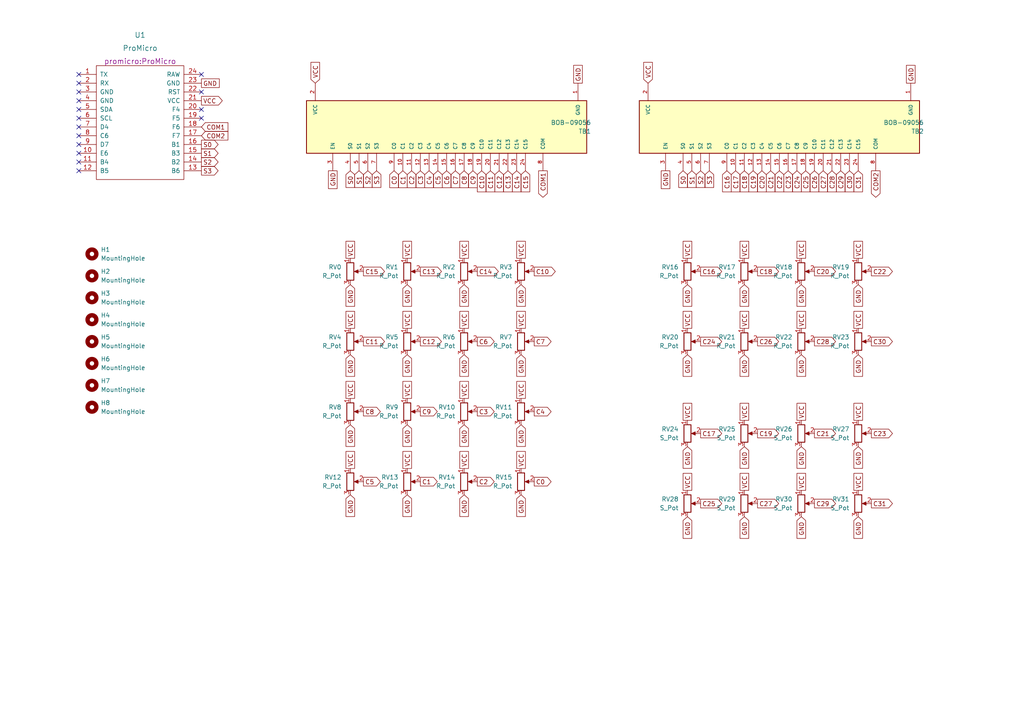
<source format=kicad_sch>
(kicad_sch (version 20211123) (generator eeschema)
  (paper "A4")
  (lib_symbols
    (symbol "BOB-09056:BOB-09056" (pin_names (offset 1.016))
      (property "Reference" "TB2" (at -1.2701 -41.91 90))
      (property "Value" "BOB-09056" (at 1.2699 -41.91 90))
      (symbol "BOB-09056_0_0"
        (rectangle (start -7.62 -40.64) (end 7.62 40.64) (stroke (width 0.254)) (fill (type background)))
        (pin passive line (at 12.7 -38.1 180) (length 5.08) (name "GND") (number "1"))
        (pin input line (at -12.7 12.7 0) (length 5.08) (name "C1") (number "10"))
        (pin input line (at -12.7 10.16 0) (length 5.08) (name "C2") (number "11"))
        (pin input line (at -12.7 7.62 0) (length 5.08) (name "C3") (number "12"))
        (pin input line (at -12.7 5.08 0) (length 5.08) (name "C4") (number "13"))
        (pin input line (at -12.7 2.54 0) (length 5.08) (name "C5") (number "14"))
        (pin input line (at -12.7 0 0) (length 5.08) (name "C6") (number "15"))
        (pin input line (at -12.7 -2.54 0) (length 5.08) (name "C7") (number "16"))
        (pin input line (at -12.7 -5.08 0) (length 5.08) (name "C8") (number "17"))
        (pin input line (at -12.7 -7.62 0) (length 5.08) (name "C9") (number "18"))
        (pin input line (at -12.7 -10.16 0) (length 5.08) (name "C10") (number "19"))
        (pin power_in line (at 12.7 38.1 180) (length 5.08) (name "VCC") (number "2"))
        (pin input line (at -12.7 -12.7 0) (length 5.08) (name "C11") (number "20"))
        (pin input line (at -12.7 -15.24 0) (length 5.08) (name "C12") (number "21"))
        (pin input line (at -12.7 -17.78 0) (length 5.08) (name "C13") (number "22"))
        (pin input line (at -12.7 -20.32 0) (length 5.08) (name "C14") (number "23"))
        (pin input line (at -12.7 -22.86 0) (length 5.08) (name "C15") (number "24"))
        (pin input line (at -12.7 33.02 0) (length 5.08) (name "EN") (number "3"))
        (pin input line (at -12.7 27.94 0) (length 5.08) (name "S0") (number "4"))
        (pin input line (at -12.7 25.4 0) (length 5.08) (name "S1") (number "5"))
        (pin input line (at -12.7 22.86 0) (length 5.08) (name "S2") (number "6"))
        (pin input line (at -12.7 20.32 0) (length 5.08) (name "S3") (number "7"))
        (pin bidirectional line (at -12.7 -27.94 0) (length 5.08) (name "COM") (number "8"))
        (pin input line (at -12.7 15.24 0) (length 5.08) (name "C0") (number "9"))
      )
    )
    (symbol "BOB-09056_1" (pin_names (offset 1.016))
      (property "Reference" "TB1" (at -1.2701 -41.91 90))
      (property "Value" "BOB-09056" (at 1.2699 -41.91 90))
      (symbol "BOB-09056_1_0_0"
        (rectangle (start -7.62 -40.64) (end 7.62 40.64) (stroke (width 0.254)) (fill (type background)))
        (pin passive line (at 12.7 -38.1 180) (length 5.08) (name "GND") (number "1"))
        (pin input line (at -12.7 12.7 0) (length 5.08) (name "C1") (number "10"))
        (pin input line (at -12.7 10.16 0) (length 5.08) (name "C2") (number "11"))
        (pin input line (at -12.7 7.62 0) (length 5.08) (name "C3") (number "12"))
        (pin input line (at -12.7 5.08 0) (length 5.08) (name "C4") (number "13"))
        (pin input line (at -12.7 2.54 0) (length 5.08) (name "C5") (number "14"))
        (pin input line (at -12.7 0 0) (length 5.08) (name "C6") (number "15"))
        (pin input line (at -12.7 -2.54 0) (length 5.08) (name "C7") (number "16"))
        (pin input line (at -12.7 -5.08 0) (length 5.08) (name "C8") (number "17"))
        (pin input line (at -12.7 -7.62 0) (length 5.08) (name "C9") (number "18"))
        (pin input line (at -12.7 -10.16 0) (length 5.08) (name "C10") (number "19"))
        (pin power_in line (at 12.7 38.1 180) (length 5.08) (name "VCC") (number "2"))
        (pin input line (at -12.7 -12.7 0) (length 5.08) (name "C11") (number "20"))
        (pin input line (at -12.7 -15.24 0) (length 5.08) (name "C12") (number "21"))
        (pin input line (at -12.7 -17.78 0) (length 5.08) (name "C13") (number "22"))
        (pin input line (at -12.7 -20.32 0) (length 5.08) (name "C14") (number "23"))
        (pin input line (at -12.7 -22.86 0) (length 5.08) (name "C15") (number "24"))
        (pin input line (at -12.7 33.02 0) (length 5.08) (name "EN") (number "3"))
        (pin input line (at -12.7 27.94 0) (length 5.08) (name "S0") (number "4"))
        (pin input line (at -12.7 25.4 0) (length 5.08) (name "S1") (number "5"))
        (pin input line (at -12.7 22.86 0) (length 5.08) (name "S2") (number "6"))
        (pin input line (at -12.7 20.32 0) (length 5.08) (name "S3") (number "7"))
        (pin bidirectional line (at -12.7 -27.94 0) (length 5.08) (name "COM") (number "8"))
        (pin input line (at -12.7 15.24 0) (length 5.08) (name "C0") (number "9"))
      )
    )
    (symbol "Device:R_Potentiometer" (pin_names (offset 1.016) hide)
      (property "Reference" "RV" (at -4.445 0 90))
      (property "Value" "R_Potentiometer" (at -2.54 0 90))
      (symbol "R_Potentiometer_0_1"
        (polyline (pts (xy 2.54 0) (xy 1.524 0)))
        (polyline (pts (xy 1.143 0) (xy 2.286 0.508) (xy 2.286 -0.508) (xy 1.143 0)) (fill (type outline)))
        (rectangle (start 1.016 2.54) (end -1.016 -2.54) (stroke (width 0.254)))
      )
      (symbol "R_Potentiometer_1_1"
        (pin passive line (at 0 3.81 270) (length 1.27) (name "1") (number "1"))
        (pin passive line (at 3.81 0 180) (length 1.27) (name "2") (number "2"))
        (pin passive line (at 0 -3.81 90) (length 1.27) (name "3") (number "3"))
      )
    )
    (symbol "Mechanical:MountingHole" (pin_names (offset 1.016))
      (property "Reference" "H" (at 0 5.08 0))
      (property "Value" "MountingHole" (at 0 3.175 0))
      (symbol "MountingHole_0_1"
        (circle (center 0 0) (radius 1.27) (stroke (width 1.27)))
      )
    )
    (symbol "promicro:ProMicro" (pin_names (offset 1.016))
      (property "Reference" "U1" (at 0 30.48 0))
      (property "Value" "ProMicro" (at 0 26.67 0))
      (property "Footprint" "promicro:ProMicro" (at 0 22.86 0))
      (symbol "ProMicro_0_1"
        (rectangle (start -12.7 21.59) (end 12.7 -11.43))
      )
      (symbol "ProMicro_1_1"
        (pin bidirectional line (at -17.78 19.05 0) (length 5.08) (name "TX") (number "1"))
        (pin bidirectional line (at -17.78 -3.81 0) (length 5.08) (name "E6") (number "10"))
        (pin bidirectional line (at -17.78 -6.35 0) (length 5.08) (name "B4") (number "11"))
        (pin bidirectional line (at -17.78 -8.89 0) (length 5.08) (name "B5") (number "12"))
        (pin bidirectional line (at 17.78 -8.89 180) (length 5.08) (name "B6") (number "13"))
        (pin bidirectional line (at 17.78 -6.35 180) (length 5.08) (name "B2") (number "14"))
        (pin bidirectional line (at 17.78 -3.81 180) (length 5.08) (name "B3") (number "15"))
        (pin bidirectional line (at 17.78 -1.27 180) (length 5.08) (name "B1") (number "16"))
        (pin bidirectional line (at 17.78 1.27 180) (length 5.08) (name "F7") (number "17"))
        (pin bidirectional line (at 17.78 3.81 180) (length 5.08) (name "F6") (number "18"))
        (pin bidirectional line (at 17.78 6.35 180) (length 5.08) (name "F5") (number "19"))
        (pin bidirectional line (at -17.78 16.51 0) (length 5.08) (name "RX") (number "2"))
        (pin bidirectional line (at 17.78 8.89 180) (length 5.08) (name "F4") (number "20"))
        (pin power_out line (at 17.78 11.43 180) (length 5.08) (name "VCC") (number "21"))
        (pin input line (at 17.78 13.97 180) (length 5.08) (name "RST") (number "22"))
        (pin passive line (at 17.78 16.51 180) (length 5.08) (name "GND") (number "23"))
        (pin power_out line (at 17.78 19.05 180) (length 5.08) (name "RAW") (number "24"))
        (pin power_in line (at -17.78 13.97 0) (length 5.08) (name "GND") (number "3"))
        (pin power_in line (at -17.78 11.43 0) (length 5.08) (name "GND") (number "4"))
        (pin bidirectional line (at -17.78 8.89 0) (length 5.08) (name "SDA") (number "5"))
        (pin bidirectional line (at -17.78 6.35 0) (length 5.08) (name "SCL") (number "6"))
        (pin bidirectional line (at -17.78 3.81 0) (length 5.08) (name "D4") (number "7"))
        (pin bidirectional line (at -17.78 1.27 0) (length 5.08) (name "C6") (number "8"))
        (pin bidirectional line (at -17.78 -1.27 0) (length 5.08) (name "D7") (number "9"))
      )
    )
  )
  (no_connect (at 58.42 21.59))
  (no_connect (at 58.42 31.75))
  (no_connect (at 58.42 34.29))
  (no_connect (at 58.42 26.67))
  (no_connect (at 22.86 21.59))
  (no_connect (at 22.86 24.13))
  (no_connect (at 22.86 26.67))
  (no_connect (at 22.86 29.21))
  (no_connect (at 22.86 31.75))
  (no_connect (at 22.86 34.29))
  (no_connect (at 22.86 36.83))
  (no_connect (at 22.86 39.37))
  (no_connect (at 22.86 41.91))
  (no_connect (at 22.86 44.45))
  (no_connect (at 22.86 46.99))
  (no_connect (at 22.86 49.53))
  (global_label "VCC" (shape passive) (at 151.13 95.25 90) (property "Intersheet References" "${INTERSHEET_REFS}" (effects hide)))
  (global_label "C29" (shape input) (at 243.84 49.53 270) (property "Intersheet References" "${INTERSHEET_REFS}" (effects hide)))
  (global_label "VCC" (shape passive) (at 101.6 95.25 90) (property "Intersheet References" "${INTERSHEET_REFS}" (effects hide)))
  (global_label "C10" (shape output) (at 154.94 78.74 0) (property "Intersheet References" "${INTERSHEET_REFS}" (effects hide)))
  (global_label "COM2" (shape input) (at 58.42 39.37 0) (property "Intersheet References" "${INTERSHEET_REFS}" (effects hide)))
  (global_label "C28" (shape output) (at 236.22 99.06 0) (property "Intersheet References" "${INTERSHEET_REFS}" (effects hide)))
  (global_label "C27" (shape input) (at 238.76 49.53 270) (property "Intersheet References" "${INTERSHEET_REFS}" (effects hide)))
  (global_label "C5" (shape input) (at 127 49.53 270) (property "Intersheet References" "${INTERSHEET_REFS}" (effects hide)))
  (global_label "VCC" (shape passive) (at 248.92 74.93 90) (property "Intersheet References" "${INTERSHEET_REFS}" (effects hide)))
  (global_label "C14" (shape input) (at 149.86 49.53 270) (property "Intersheet References" "${INTERSHEET_REFS}" (effects hide)))
  (global_label "GND" (shape input) (at 248.92 82.55 270) (property "Intersheet References" "${INTERSHEET_REFS}" (effects hide)))
  (global_label "GND" (shape input) (at 101.6 143.51 270) (property "Intersheet References" "${INTERSHEET_REFS}" (effects hide)))
  (global_label "GND" (shape passive) (at 193.04 49.53 270) (property "Intersheet References" "${INTERSHEET_REFS}" (effects hide)))
  (global_label "COM2" (shape output) (at 254 49.53 270) (property "Intersheet References" "${INTERSHEET_REFS}" (effects hide)))
  (global_label "VCC" (shape passive) (at 232.41 121.92 90) (property "Intersheet References" "${INTERSHEET_REFS}" (effects hide)))
  (global_label "VCC" (shape passive) (at 199.39 74.93 90) (property "Intersheet References" "${INTERSHEET_REFS}" (effects hide)))
  (global_label "S0" (shape output) (at 58.42 41.91 0) (property "Intersheet References" "${INTERSHEET_REFS}" (effects hide)))
  (global_label "S3" (shape output) (at 58.42 49.53 0) (property "Intersheet References" "${INTERSHEET_REFS}" (effects hide)))
  (global_label "C31" (shape output) (at 252.73 146.05 0) (property "Intersheet References" "${INTERSHEET_REFS}" (effects hide)))
  (global_label "S2" (shape output) (at 58.42 46.99 0) (property "Intersheet References" "${INTERSHEET_REFS}" (effects hide)))
  (global_label "VCC" (shape passive) (at 101.6 135.89 90) (property "Intersheet References" "${INTERSHEET_REFS}" (effects hide)))
  (global_label "VCC" (shape passive) (at 248.92 121.92 90) (property "Intersheet References" "${INTERSHEET_REFS}" (effects hide)))
  (global_label "C19" (shape input) (at 218.44 49.53 270) (property "Intersheet References" "${INTERSHEET_REFS}" (effects hide)))
  (global_label "S0" (shape input) (at 101.6 49.53 270) (property "Intersheet References" "${INTERSHEET_REFS}" (effects hide)))
  (global_label "C20" (shape input) (at 220.98 49.53 270) (property "Intersheet References" "${INTERSHEET_REFS}" (effects hide)))
  (global_label "VCC" (shape passive) (at 232.41 74.93 90) (property "Intersheet References" "${INTERSHEET_REFS}" (effects hide)))
  (global_label "C22" (shape input) (at 226.06 49.53 270) (property "Intersheet References" "${INTERSHEET_REFS}" (effects hide)))
  (global_label "GND" (shape input) (at 248.92 102.87 270) (property "Intersheet References" "${INTERSHEET_REFS}" (effects hide)))
  (global_label "GND" (shape input) (at 215.9 82.55 270) (property "Intersheet References" "${INTERSHEET_REFS}" (effects hide)))
  (global_label "VCC" (shape input) (at 187.96 24.13 90) (property "Intersheet References" "${INTERSHEET_REFS}" (effects hide)))
  (global_label "GND" (shape input) (at 199.39 149.86 270) (property "Intersheet References" "${INTERSHEET_REFS}" (effects hide)))
  (global_label "GND" (shape input) (at 118.11 102.87 270) (property "Intersheet References" "${INTERSHEET_REFS}" (effects hide)))
  (global_label "VCC" (shape passive) (at 215.9 121.92 90) (property "Intersheet References" "${INTERSHEET_REFS}" (effects hide)))
  (global_label "GND" (shape passive) (at 167.64 24.13 90) (property "Intersheet References" "${INTERSHEET_REFS}" (effects hide)))
  (global_label "VCC" (shape passive) (at 118.11 95.25 90) (property "Intersheet References" "${INTERSHEET_REFS}" (effects hide)))
  (global_label "C15" (shape output) (at 105.41 78.74 0) (property "Intersheet References" "${INTERSHEET_REFS}" (effects hide)))
  (global_label "C21" (shape input) (at 223.52 49.53 270) (property "Intersheet References" "${INTERSHEET_REFS}" (effects hide)))
  (global_label "VCC" (shape passive) (at 134.62 74.93 90) (property "Intersheet References" "${INTERSHEET_REFS}" (effects hide)))
  (global_label "C3" (shape input) (at 121.92 49.53 270) (property "Intersheet References" "${INTERSHEET_REFS}" (effects hide)))
  (global_label "C3" (shape output) (at 138.43 119.38 0) (property "Intersheet References" "${INTERSHEET_REFS}" (effects hide)))
  (global_label "VCC" (shape passive) (at 232.41 95.25 90) (property "Intersheet References" "${INTERSHEET_REFS}" (effects hide)))
  (global_label "S2" (shape input) (at 106.68 49.53 270) (property "Intersheet References" "${INTERSHEET_REFS}" (effects hide)))
  (global_label "C29" (shape output) (at 236.22 146.05 0) (property "Intersheet References" "${INTERSHEET_REFS}" (effects hide)))
  (global_label "VCC" (shape passive) (at 151.13 115.57 90) (property "Intersheet References" "${INTERSHEET_REFS}" (effects hide)))
  (global_label "GND" (shape input) (at 248.92 149.86 270) (property "Intersheet References" "${INTERSHEET_REFS}" (effects hide)))
  (global_label "GND" (shape input) (at 101.6 123.19 270) (property "Intersheet References" "${INTERSHEET_REFS}" (effects hide)))
  (global_label "GND" (shape input) (at 199.39 102.87 270) (property "Intersheet References" "${INTERSHEET_REFS}" (effects hide)))
  (global_label "VCC" (shape input) (at 91.44 24.13 90) (property "Intersheet References" "${INTERSHEET_REFS}" (effects hide)))
  (global_label "VCC" (shape passive) (at 248.92 95.25 90) (property "Intersheet References" "${INTERSHEET_REFS}" (effects hide)))
  (global_label "C30" (shape output) (at 252.73 99.06 0) (property "Intersheet References" "${INTERSHEET_REFS}" (effects hide)))
  (global_label "VCC" (shape passive) (at 134.62 135.89 90) (property "Intersheet References" "${INTERSHEET_REFS}" (effects hide)))
  (global_label "C5" (shape output) (at 105.41 139.7 0) (property "Intersheet References" "${INTERSHEET_REFS}" (effects hide)))
  (global_label "C11" (shape output) (at 105.41 99.06 0) (property "Intersheet References" "${INTERSHEET_REFS}" (effects hide)))
  (global_label "GND" (shape input) (at 101.6 102.87 270) (property "Intersheet References" "${INTERSHEET_REFS}" (effects hide)))
  (global_label "S1" (shape input) (at 104.14 49.53 270) (property "Intersheet References" "${INTERSHEET_REFS}" (effects hide)))
  (global_label "VCC" (shape passive) (at 199.39 121.92 90) (property "Intersheet References" "${INTERSHEET_REFS}" (effects hide)))
  (global_label "COM1" (shape input) (at 58.42 36.83 0) (property "Intersheet References" "${INTERSHEET_REFS}" (effects hide)))
  (global_label "C25" (shape input) (at 233.68 49.53 270) (property "Intersheet References" "${INTERSHEET_REFS}" (effects hide)))
  (global_label "C27" (shape output) (at 219.71 146.05 0) (property "Intersheet References" "${INTERSHEET_REFS}" (effects hide)))
  (global_label "GND" (shape input) (at 134.62 143.51 270) (property "Intersheet References" "${INTERSHEET_REFS}" (effects hide)))
  (global_label "GND" (shape input) (at 134.62 82.55 270) (property "Intersheet References" "${INTERSHEET_REFS}" (effects hide)))
  (global_label "GND" (shape input) (at 215.9 102.87 270) (property "Intersheet References" "${INTERSHEET_REFS}" (effects hide)))
  (global_label "C18" (shape output) (at 219.71 78.74 0) (property "Intersheet References" "${INTERSHEET_REFS}" (effects hide)))
  (global_label "C25" (shape output) (at 203.2 146.05 0) (property "Intersheet References" "${INTERSHEET_REFS}" (effects hide)))
  (global_label "GND" (shape input) (at 232.41 102.87 270) (property "Intersheet References" "${INTERSHEET_REFS}" (effects hide)))
  (global_label "C0" (shape input) (at 114.3 49.53 270) (property "Intersheet References" "${INTERSHEET_REFS}" (effects hide)))
  (global_label "C14" (shape output) (at 138.43 78.74 0) (property "Intersheet References" "${INTERSHEET_REFS}" (effects hide)))
  (global_label "S0" (shape input) (at 198.12 49.53 270) (property "Intersheet References" "${INTERSHEET_REFS}" (effects hide)))
  (global_label "C31" (shape input) (at 248.92 49.53 270) (property "Intersheet References" "${INTERSHEET_REFS}" (effects hide)))
  (global_label "S3" (shape input) (at 109.22 49.53 270) (property "Intersheet References" "${INTERSHEET_REFS}" (effects hide)))
  (global_label "C26" (shape input) (at 236.22 49.53 270) (property "Intersheet References" "${INTERSHEET_REFS}" (effects hide)))
  (global_label "GND" (shape input) (at 232.41 149.86 270) (property "Intersheet References" "${INTERSHEET_REFS}" (effects hide)))
  (global_label "C17" (shape input) (at 213.36 49.53 270) (property "Intersheet References" "${INTERSHEET_REFS}" (effects hide)))
  (global_label "C9" (shape output) (at 121.92 119.38 0) (property "Intersheet References" "${INTERSHEET_REFS}" (effects hide)))
  (global_label "VCC" (shape passive) (at 199.39 142.24 90) (property "Intersheet References" "${INTERSHEET_REFS}" (effects hide)))
  (global_label "VCC" (shape passive) (at 101.6 74.93 90) (property "Intersheet References" "${INTERSHEET_REFS}" (effects hide)))
  (global_label "C13" (shape input) (at 147.32 49.53 270) (property "Intersheet References" "${INTERSHEET_REFS}" (effects hide)))
  (global_label "GND" (shape input) (at 248.92 129.54 270) (property "Intersheet References" "${INTERSHEET_REFS}" (effects hide)))
  (global_label "VCC" (shape passive) (at 199.39 95.25 90) (property "Intersheet References" "${INTERSHEET_REFS}" (effects hide)))
  (global_label "C10" (shape input) (at 139.7 49.53 270) (property "Intersheet References" "${INTERSHEET_REFS}" (effects hide)))
  (global_label "C9" (shape input) (at 137.16 49.53 270) (property "Intersheet References" "${INTERSHEET_REFS}" (effects hide)))
  (global_label "C6" (shape output) (at 138.43 99.06 0) (property "Intersheet References" "${INTERSHEET_REFS}" (effects hide)))
  (global_label "VCC" (shape passive) (at 101.6 115.57 90) (property "Intersheet References" "${INTERSHEET_REFS}" (effects hide)))
  (global_label "GND" (shape input) (at 134.62 102.87 270) (property "Intersheet References" "${INTERSHEET_REFS}" (effects hide)))
  (global_label "GND" (shape input) (at 215.9 129.54 270) (property "Intersheet References" "${INTERSHEET_REFS}" (effects hide)))
  (global_label "VCC" (shape passive) (at 118.11 115.57 90) (property "Intersheet References" "${INTERSHEET_REFS}" (effects hide)))
  (global_label "GND" (shape input) (at 101.6 82.55 270) (property "Intersheet References" "${INTERSHEET_REFS}" (effects hide)))
  (global_label "C4" (shape output) (at 154.94 119.38 0) (property "Intersheet References" "${INTERSHEET_REFS}" (effects hide)))
  (global_label "C30" (shape input) (at 246.38 49.53 270) (property "Intersheet References" "${INTERSHEET_REFS}" (effects hide)))
  (global_label "C24" (shape input) (at 231.14 49.53 270) (property "Intersheet References" "${INTERSHEET_REFS}" (effects hide)))
  (global_label "VCC" (shape passive) (at 215.9 95.25 90) (property "Intersheet References" "${INTERSHEET_REFS}" (effects hide)))
  (global_label "GND" (shape input) (at 232.41 129.54 270) (property "Intersheet References" "${INTERSHEET_REFS}" (effects hide)))
  (global_label "VCC" (shape passive) (at 134.62 95.25 90) (property "Intersheet References" "${INTERSHEET_REFS}" (effects hide)))
  (global_label "GND" (shape input) (at 151.13 123.19 270) (property "Intersheet References" "${INTERSHEET_REFS}" (effects hide)))
  (global_label "GND" (shape input) (at 118.11 82.55 270) (property "Intersheet References" "${INTERSHEET_REFS}" (effects hide)))
  (global_label "C22" (shape output) (at 252.73 78.74 0) (property "Intersheet References" "${INTERSHEET_REFS}" (effects hide)))
  (global_label "GND" (shape input) (at 118.11 123.19 270) (property "Intersheet References" "${INTERSHEET_REFS}" (effects hide)))
  (global_label "C6" (shape input) (at 129.54 49.53 270) (property "Intersheet References" "${INTERSHEET_REFS}" (effects hide)))
  (global_label "GND" (shape input) (at 151.13 102.87 270) (property "Intersheet References" "${INTERSHEET_REFS}" (effects hide)))
  (global_label "C16" (shape input) (at 210.82 49.53 270) (property "Intersheet References" "${INTERSHEET_REFS}" (effects hide)))
  (global_label "GND" (shape input) (at 215.9 149.86 270) (property "Intersheet References" "${INTERSHEET_REFS}" (effects hide)))
  (global_label "C2" (shape output) (at 138.43 139.7 0) (property "Intersheet References" "${INTERSHEET_REFS}" (effects hide)))
  (global_label "C0" (shape output) (at 154.94 139.7 0) (property "Intersheet References" "${INTERSHEET_REFS}" (effects hide)))
  (global_label "C2" (shape input) (at 119.38 49.53 270) (property "Intersheet References" "${INTERSHEET_REFS}" (effects hide)))
  (global_label "S1" (shape input) (at 200.66 49.53 270) (property "Intersheet References" "${INTERSHEET_REFS}" (effects hide)))
  (global_label "VCC" (shape passive) (at 232.41 142.24 90) (property "Intersheet References" "${INTERSHEET_REFS}" (effects hide)))
  (global_label "S1" (shape output) (at 58.42 44.45 0) (property "Intersheet References" "${INTERSHEET_REFS}" (effects hide)))
  (global_label "C28" (shape input) (at 241.3 49.53 270) (property "Intersheet References" "${INTERSHEET_REFS}" (effects hide)))
  (global_label "C4" (shape input) (at 124.46 49.53 270) (property "Intersheet References" "${INTERSHEET_REFS}" (effects hide)))
  (global_label "C20" (shape output) (at 236.22 78.74 0) (property "Intersheet References" "${INTERSHEET_REFS}" (effects hide)))
  (global_label "C1" (shape output) (at 121.92 139.7 0) (property "Intersheet References" "${INTERSHEET_REFS}" (effects hide)))
  (global_label "GND" (shape input) (at 134.62 123.19 270) (property "Intersheet References" "${INTERSHEET_REFS}" (effects hide)))
  (global_label "GND" (shape passive) (at 58.42 24.13 0) (property "Intersheet References" "${INTERSHEET_REFS}" (effects hide)))
  (global_label "GND" (shape input) (at 151.13 82.55 270) (property "Intersheet References" "${INTERSHEET_REFS}" (effects hide)))
  (global_label "COM1" (shape output) (at 157.48 49.53 270) (property "Intersheet References" "${INTERSHEET_REFS}" (effects hide)))
  (global_label "VCC" (shape passive) (at 248.92 142.24 90) (property "Intersheet References" "${INTERSHEET_REFS}" (effects hide)))
  (global_label "C8" (shape output) (at 105.41 119.38 0) (property "Intersheet References" "${INTERSHEET_REFS}" (effects hide)))
  (global_label "VCC" (shape passive) (at 151.13 135.89 90) (property "Intersheet References" "${INTERSHEET_REFS}" (effects hide)))
  (global_label "VCC" (shape passive) (at 134.62 115.57 90) (property "Intersheet References" "${INTERSHEET_REFS}" (effects hide)))
  (global_label "C19" (shape output) (at 219.71 125.73 0) (property "Intersheet References" "${INTERSHEET_REFS}" (effects hide)))
  (global_label "VCC" (shape passive) (at 151.13 74.93 90) (property "Intersheet References" "${INTERSHEET_REFS}" (effects hide)))
  (global_label "C12" (shape output) (at 121.92 99.06 0) (property "Intersheet References" "${INTERSHEET_REFS}" (effects hide)))
  (global_label "VCC" (shape passive) (at 215.9 142.24 90) (property "Intersheet References" "${INTERSHEET_REFS}" (effects hide)))
  (global_label "C11" (shape input) (at 142.24 49.53 270) (property "Intersheet References" "${INTERSHEET_REFS}" (effects hide)))
  (global_label "VCC" (shape passive) (at 215.9 74.93 90) (property "Intersheet References" "${INTERSHEET_REFS}" (effects hide)))
  (global_label "C23" (shape input) (at 228.6 49.53 270) (property "Intersheet References" "${INTERSHEET_REFS}" (effects hide)))
  (global_label "GND" (shape passive) (at 264.16 24.13 90) (property "Intersheet References" "${INTERSHEET_REFS}" (effects hide)))
  (global_label "C7" (shape input) (at 132.08 49.53 270) (property "Intersheet References" "${INTERSHEET_REFS}" (effects hide)))
  (global_label "VCC" (shape passive) (at 118.11 135.89 90) (property "Intersheet References" "${INTERSHEET_REFS}" (effects hide)))
  (global_label "C7" (shape output) (at 154.94 99.06 0) (property "Intersheet References" "${INTERSHEET_REFS}" (effects hide)))
  (global_label "C17" (shape output) (at 203.2 125.73 0) (property "Intersheet References" "${INTERSHEET_REFS}" (effects hide)))
  (global_label "C24" (shape output) (at 203.2 99.06 0) (property "Intersheet References" "${INTERSHEET_REFS}" (effects hide)))
  (global_label "S3" (shape input) (at 205.74 49.53 270) (property "Intersheet References" "${INTERSHEET_REFS}" (effects hide)))
  (global_label "C26" (shape output) (at 219.71 99.06 0) (property "Intersheet References" "${INTERSHEET_REFS}" (effects hide)))
  (global_label "C18" (shape input) (at 215.9 49.53 270) (property "Intersheet References" "${INTERSHEET_REFS}" (effects hide)))
  (global_label "C16" (shape output) (at 203.2 78.74 0) (property "Intersheet References" "${INTERSHEET_REFS}" (effects hide)))
  (global_label "VCC" (shape output) (at 58.42 29.21 0) (property "Intersheet References" "${INTERSHEET_REFS}" (effects hide)))
  (global_label "C23" (shape output) (at 252.73 125.73 0) (property "Intersheet References" "${INTERSHEET_REFS}" (effects hide)))
  (global_label "C12" (shape input) (at 144.78 49.53 270) (property "Intersheet References" "${INTERSHEET_REFS}" (effects hide)))
  (global_label "S2" (shape input) (at 203.2 49.53 270) (property "Intersheet References" "${INTERSHEET_REFS}" (effects hide)))
  (global_label "C8" (shape input) (at 134.62 49.53 270) (property "Intersheet References" "${INTERSHEET_REFS}" (effects hide)))
  (global_label "GND" (shape passive) (at 96.52 49.53 270) (property "Intersheet References" "${INTERSHEET_REFS}" (effects hide)))
  (global_label "GND" (shape input) (at 151.13 143.51 270) (property "Intersheet References" "${INTERSHEET_REFS}" (effects hide)))
  (global_label "GND" (shape input) (at 199.39 129.54 270) (property "Intersheet References" "${INTERSHEET_REFS}" (effects hide)))
  (global_label "VCC" (shape passive) (at 118.11 74.93 90) (property "Intersheet References" "${INTERSHEET_REFS}" (effects hide)))
  (global_label "C15" (shape input) (at 152.4 49.53 270) (property "Intersheet References" "${INTERSHEET_REFS}" (effects hide)))
  (global_label "C1" (shape input) (at 116.84 49.53 270) (property "Intersheet References" "${INTERSHEET_REFS}" (effects hide)))
  (global_label "GND" (shape input) (at 232.41 82.55 270) (property "Intersheet References" "${INTERSHEET_REFS}" (effects hide)))
  (global_label "C13" (shape output) (at 121.92 78.74 0) (property "Intersheet References" "${INTERSHEET_REFS}" (effects hide)))
  (global_label "GND" (shape input) (at 118.11 143.51 270) (property "Intersheet References" "${INTERSHEET_REFS}" (effects hide)))
  (global_label "GND" (shape input) (at 199.39 82.55 270) (property "Intersheet References" "${INTERSHEET_REFS}" (effects hide)))
  (global_label "C21" (shape output) (at 236.22 125.73 0) (property "Intersheet References" "${INTERSHEET_REFS}" (effects hide)))
  (symbol (lib_id "Device:R_Potentiometer") (at 232.41 78.74 0) (unit 1)
    (property "Reference" "RV18" (at 229.87 77.4699 0) (effects (justify right)))
    (property "Value" "R_Pot" (at 229.87 80.0099 0) (effects (justify right)))
    (property "Footprint" "Potentiometer_THT:Potentiometer_Bourns_PTV09A-1_Single_Vertical" (effects hide))
  )
  (symbol (lib_id "Device:R_Potentiometer") (at 151.13 78.74 0) (unit 1)
    (property "Reference" "RV3" (at 148.59 77.4699 0) (effects (justify right)))
    (property "Value" "R_Pot" (at 148.59 80.0099 0) (effects (justify right)))
    (property "Footprint" "Potentiometer_THT:Potentiometer_Bourns_PTV09A-1_Single_Vertical" (effects hide))
  )
  (symbol (lib_id "Mechanical:MountingHole") (at 26.67 105.41 0) (unit 1)
    (property "Reference" "H6" (at 29.21 104.1399 0) (effects (justify left)))
    (property "Value" "MountingHole" (at 29.21 106.6799 0) (effects (justify left)))
    (property "Footprint" "MountingHole:MountingHole_2.2mm_M2_DIN965_Pad" (effects hide))
  )
  (symbol (lib_id "Device:R_Potentiometer") (at 151.13 99.06 0) (unit 1)
    (property "Reference" "RV7" (at 148.59 97.7899 0) (effects (justify right)))
    (property "Value" "R_Pot" (at 148.59 100.3299 0) (effects (justify right)))
    (property "Footprint" "Potentiometer_THT:Potentiometer_Bourns_PTV09A-1_Single_Vertical" (effects hide))
  )
  (symbol (lib_id "Device:R_Potentiometer") (at 151.13 119.38 0) (unit 1)
    (property "Reference" "RV11" (at 148.59 118.1099 0) (effects (justify right)))
    (property "Value" "R_Pot" (at 148.59 120.6499 0) (effects (justify right)))
    (property "Footprint" "Potentiometer_THT:Potentiometer_Bourns_PTV09A-1_Single_Vertical" (effects hide))
  )
  (symbol (lib_id "Device:R_Potentiometer") (at 118.11 119.38 0) (unit 1)
    (property "Reference" "RV9" (at 115.57 118.1099 0) (effects (justify right)))
    (property "Value" "R_Pot" (at 115.57 120.6499 0) (effects (justify right)))
    (property "Footprint" "Potentiometer_THT:Potentiometer_Bourns_PTV09A-1_Single_Vertical" (effects hide))
  )
  (symbol (lib_id "Device:R_Potentiometer") (at 248.92 146.05 0) (unit 1)
    (property "Reference" "RV31" (at 246.38 144.7799 0) (effects (justify right)))
    (property "Value" "S_Pot" (at 246.38 147.3199 0) (effects (justify right)))
    (property "Footprint" "Potentiometer_THT:Potentiometer_Bourns_PTA6043_Single_Slide" (effects hide))
  )
  (symbol (lib_id "Mechanical:MountingHole") (at 26.67 99.06 0) (unit 1)
    (property "Reference" "H5" (at 29.21 97.7899 0) (effects (justify left)))
    (property "Value" "MountingHole" (at 29.21 100.3299 0) (effects (justify left)))
    (property "Footprint" "MountingHole:MountingHole_2.2mm_M2_DIN965_Pad" (effects hide))
  )
  (symbol (lib_id "Device:R_Potentiometer") (at 134.62 78.74 0) (unit 1)
    (property "Reference" "RV2" (at 132.08 77.4699 0) (effects (justify right)))
    (property "Value" "R_Pot" (at 132.08 80.0099 0) (effects (justify right)))
    (property "Footprint" "Potentiometer_THT:Potentiometer_Bourns_PTV09A-1_Single_Vertical" (effects hide))
  )
  (symbol (lib_id "Device:R_Potentiometer") (at 199.39 99.06 0) (unit 1)
    (property "Reference" "RV20" (at 196.85 97.7899 0) (effects (justify right)))
    (property "Value" "R_Pot" (at 196.85 100.3299 0) (effects (justify right)))
    (property "Footprint" "Potentiometer_THT:Potentiometer_Bourns_PTV09A-1_Single_Vertical" (effects hide))
  )
  (symbol (lib_id "Device:R_Potentiometer") (at 101.6 78.74 0) (unit 1)
    (property "Reference" "RV0" (at 99.06 77.4699 0) (effects (justify right)))
    (property "Value" "R_Pot" (at 99.06 80.0099 0) (effects (justify right)))
    (property "Footprint" "Potentiometer_THT:Potentiometer_Bourns_PTV09A-1_Single_Vertical" (effects hide))
  )
  (symbol (lib_id "Device:R_Potentiometer") (at 199.39 78.74 0) (unit 1)
    (property "Reference" "RV16" (at 196.85 77.4699 0) (effects (justify right)))
    (property "Value" "R_Pot" (at 196.85 80.0099 0) (effects (justify right)))
    (property "Footprint" "Potentiometer_THT:Potentiometer_Bourns_PTV09A-1_Single_Vertical" (effects hide))
  )
  (symbol (lib_id "Device:R_Potentiometer") (at 232.41 146.05 0) (unit 1)
    (property "Reference" "RV30" (at 229.87 144.7799 0) (effects (justify right)))
    (property "Value" "S_Pot" (at 229.87 147.3199 0) (effects (justify right)))
    (property "Footprint" "Potentiometer_THT:Potentiometer_Bourns_PTA6043_Single_Slide" (effects hide))
  )
  (symbol (lib_id "Mechanical:MountingHole") (at 26.67 86.36 0) (unit 1)
    (property "Reference" "H3" (at 29.21 85.0899 0) (effects (justify left)))
    (property "Value" "MountingHole" (at 29.21 87.6299 0) (effects (justify left)))
    (property "Footprint" "MountingHole:MountingHole_2.2mm_M2_DIN965_Pad" (effects hide))
  )
  (symbol (lib_id "BOB-09056:BOB-09056") (at 226.06 36.83 90) (unit 1)
    (property "Reference" "TB2" (at 267.97 38.1001 90) (effects (justify left)))
    (property "Value" "BOB-09056" (at 267.97 35.5601 90) (effects (justify left)))
    (property "Footprint" "multiplexer:XDCR_BOB-09056" (effects hide))
    (property "MAXIMUM_PACKAGE_HEIGHT" "N/A" (effects hide))
    (property "MANUFACTURER" "SparkFun Electronics" (effects hide))
    (property "PARTREV" "N/A" (effects hide))
    (property "STANDARD" "Manufacturer Recommendations" (effects hide))
  )
  (symbol (lib_id "Device:R_Potentiometer") (at 101.6 139.7 0) (unit 1)
    (property "Reference" "RV12" (at 99.06 138.4299 0) (effects (justify right)))
    (property "Value" "R_Pot" (at 99.06 140.9699 0) (effects (justify right)))
    (property "Footprint" "Potentiometer_THT:Potentiometer_Bourns_PTV09A-1_Single_Vertical" (effects hide))
  )
  (symbol (lib_id "Device:R_Potentiometer") (at 248.92 125.73 0) (unit 1)
    (property "Reference" "RV27" (at 246.38 124.4599 0) (effects (justify right)))
    (property "Value" "S_Pot" (at 246.38 126.9999 0) (effects (justify right)))
    (property "Footprint" "Potentiometer_THT:Potentiometer_Bourns_PTA6043_Single_Slide" (effects hide))
  )
  (symbol (lib_id "Device:R_Potentiometer") (at 118.11 139.7 0) (unit 1)
    (property "Reference" "RV13" (at 115.57 138.4299 0) (effects (justify right)))
    (property "Value" "R_Pot" (at 115.57 140.9699 0) (effects (justify right)))
    (property "Footprint" "Potentiometer_THT:Potentiometer_Bourns_PTV09A-1_Single_Vertical" (effects hide))
  )
  (symbol (lib_id "Device:R_Potentiometer") (at 118.11 78.74 0) (unit 1)
    (property "Reference" "RV1" (at 115.57 77.4699 0) (effects (justify right)))
    (property "Value" "R_Pot" (at 115.57 80.0099 0) (effects (justify right)))
    (property "Footprint" "Potentiometer_THT:Potentiometer_Bourns_PTV09A-1_Single_Vertical" (effects hide))
  )
  (symbol (lib_id "Mechanical:MountingHole") (at 26.67 73.66 0) (unit 1)
    (property "Reference" "H1" (at 29.21 72.3899 0) (effects (justify left)))
    (property "Value" "MountingHole" (at 29.21 74.9299 0) (effects (justify left)))
    (property "Footprint" "MountingHole:MountingHole_2.2mm_M2_DIN965_Pad" (effects hide))
  )
  (symbol (lib_id "Device:R_Potentiometer") (at 151.13 139.7 0) (unit 1)
    (property "Reference" "RV15" (at 148.59 138.4299 0) (effects (justify right)))
    (property "Value" "R_Pot" (at 148.59 140.9699 0) (effects (justify right)))
    (property "Footprint" "Potentiometer_THT:Potentiometer_Bourns_PTV09A-1_Single_Vertical" (effects hide))
  )
  (symbol (lib_id "Device:R_Potentiometer") (at 248.92 99.06 0) (unit 1)
    (property "Reference" "RV23" (at 246.38 97.7899 0) (effects (justify right)))
    (property "Value" "R_Pot" (at 246.38 100.3299 0) (effects (justify right)))
    (property "Footprint" "Potentiometer_THT:Potentiometer_Bourns_PTV09A-1_Single_Vertical" (effects hide))
  )
  (symbol (lib_id "Device:R_Potentiometer") (at 232.41 99.06 0) (unit 1)
    (property "Reference" "RV22" (at 229.87 97.7899 0) (effects (justify right)))
    (property "Value" "R_Pot" (at 229.87 100.3299 0) (effects (justify right)))
    (property "Footprint" "Potentiometer_THT:Potentiometer_Bourns_PTV09A-1_Single_Vertical" (effects hide))
  )
  (symbol (lib_id "Device:R_Potentiometer") (at 101.6 119.38 0) (unit 1)
    (property "Reference" "RV8" (at 99.06 118.1099 0) (effects (justify right)))
    (property "Value" "R_Pot" (at 99.06 120.6499 0) (effects (justify right)))
    (property "Footprint" "Potentiometer_THT:Potentiometer_Bourns_PTV09A-1_Single_Vertical" (effects hide))
  )
  (symbol (lib_id "Device:R_Potentiometer") (at 134.62 119.38 0) (unit 1)
    (property "Reference" "RV10" (at 132.08 118.1099 0) (effects (justify right)))
    (property "Value" "R_Pot" (at 132.08 120.6499 0) (effects (justify right)))
    (property "Footprint" "Potentiometer_THT:Potentiometer_Bourns_PTV09A-1_Single_Vertical" (effects hide))
  )
  (symbol (lib_id "Device:R_Potentiometer") (at 215.9 146.05 0) (unit 1)
    (property "Reference" "RV29" (at 213.36 144.7799 0) (effects (justify right)))
    (property "Value" "S_Pot" (at 213.36 147.3199 0) (effects (justify right)))
    (property "Footprint" "Potentiometer_THT:Potentiometer_Bourns_PTA6043_Single_Slide" (effects hide))
  )
  (symbol (lib_id "Mechanical:MountingHole") (at 26.67 80.01 0) (unit 1)
    (property "Reference" "H2" (at 29.21 78.7399 0) (effects (justify left)))
    (property "Value" "MountingHole" (at 29.21 81.2799 0) (effects (justify left)))
    (property "Footprint" "MountingHole:MountingHole_2.2mm_M2_DIN965_Pad" (effects hide))
  )
  (symbol (lib_id "Device:R_Potentiometer") (at 134.62 139.7 0) (unit 1)
    (property "Reference" "RV14" (at 132.08 138.4299 0) (effects (justify right)))
    (property "Value" "R_Pot" (at 132.08 140.9699 0) (effects (justify right)))
    (property "Footprint" "Potentiometer_THT:Potentiometer_Bourns_PTV09A-1_Single_Vertical" (effects hide))
  )
  (symbol (lib_name "BOB-09056_1") (lib_id "BOB-09056:BOB-09056") (at 129.54 36.83 90) (unit 1)
    (property "Reference" "TB1" (at 171.45 38.1001 90) (effects (justify left)))
    (property "Value" "BOB-09056" (at 171.45 35.5601 90) (effects (justify left)))
    (property "Footprint" "multiplexer:XDCR_BOB-09056" (effects hide))
    (property "MAXIMUM_PACKAGE_HEIGHT" "N/A" (effects hide))
    (property "MANUFACTURER" "SparkFun Electronics" (effects hide))
    (property "PARTREV" "N/A" (effects hide))
    (property "STANDARD" "Manufacturer Recommendations" (effects hide))
  )
  (symbol (lib_id "Device:R_Potentiometer") (at 215.9 99.06 0) (unit 1)
    (property "Reference" "RV21" (at 213.36 97.7899 0) (effects (justify right)))
    (property "Value" "R_Pot" (at 213.36 100.3299 0) (effects (justify right)))
    (property "Footprint" "Potentiometer_THT:Potentiometer_Bourns_PTV09A-1_Single_Vertical" (effects hide))
  )
  (symbol (lib_id "Device:R_Potentiometer") (at 215.9 125.73 0) (unit 1)
    (property "Reference" "RV25" (at 213.36 124.4599 0) (effects (justify right)))
    (property "Value" "S_Pot" (at 213.36 126.9999 0) (effects (justify right)))
    (property "Footprint" "Potentiometer_THT:Potentiometer_Bourns_PTA6043_Single_Slide" (effects hide))
  )
  (symbol (lib_id "Device:R_Potentiometer") (at 248.92 78.74 0) (unit 1)
    (property "Reference" "RV19" (at 246.38 77.4699 0) (effects (justify right)))
    (property "Value" "R_Pot" (at 246.38 80.0099 0) (effects (justify right)))
    (property "Footprint" "Potentiometer_THT:Potentiometer_Bourns_PTV09A-1_Single_Vertical" (effects hide))
  )
  (symbol (lib_id "Mechanical:MountingHole") (at 26.67 118.11 0) (unit 1)
    (property "Reference" "H8" (at 29.21 116.8399 0) (effects (justify left)))
    (property "Value" "MountingHole" (at 29.21 119.3799 0) (effects (justify left)))
    (property "Footprint" "MountingHole:MountingHole_2.2mm_M2_DIN965_Pad" (effects hide))
  )
  (symbol (lib_id "Mechanical:MountingHole") (at 26.67 92.71 0) (unit 1)
    (property "Reference" "H4" (at 29.21 91.4399 0) (effects (justify left)))
    (property "Value" "MountingHole" (at 29.21 93.9799 0) (effects (justify left)))
    (property "Footprint" "MountingHole:MountingHole_2.2mm_M2_DIN965_Pad" (effects hide))
  )
  (symbol (lib_id "Mechanical:MountingHole") (at 26.67 111.76 0) (unit 1)
    (property "Reference" "H7" (at 29.21 110.4899 0) (effects (justify left)))
    (property "Value" "MountingHole" (at 29.21 113.0299 0) (effects (justify left)))
    (property "Footprint" "MountingHole:MountingHole_2.2mm_M2_DIN965_Pad" (effects hide))
  )
  (symbol (lib_id "Device:R_Potentiometer") (at 199.39 146.05 0) (unit 1)
    (property "Reference" "RV28" (at 196.85 144.7799 0) (effects (justify right)))
    (property "Value" "S_Pot" (at 196.85 147.3199 0) (effects (justify right)))
    (property "Footprint" "Potentiometer_THT:Potentiometer_Bourns_PTA6043_Single_Slide" (effects hide))
  )
  (symbol (lib_id "Device:R_Potentiometer") (at 232.41 125.73 0) (unit 1)
    (property "Reference" "RV26" (at 229.87 124.4599 0) (effects (justify right)))
    (property "Value" "S_Pot" (at 229.87 126.9999 0) (effects (justify right)))
    (property "Footprint" "Potentiometer_THT:Potentiometer_Bourns_PTA6043_Single_Slide" (effects hide))
  )
  (symbol (lib_id "Device:R_Potentiometer") (at 215.9 78.74 0) (unit 1)
    (property "Reference" "RV17" (at 213.36 77.4699 0) (effects (justify right)))
    (property "Value" "R_Pot" (at 213.36 80.0099 0) (effects (justify right)))
    (property "Footprint" "Potentiometer_THT:Potentiometer_Bourns_PTV09A-1_Single_Vertical" (effects hide))
  )
  (symbol (lib_id "Device:R_Potentiometer") (at 101.6 99.06 0) (unit 1)
    (property "Reference" "RV4" (at 99.06 97.7899 0) (effects (justify right)))
    (property "Value" "R_Pot" (at 99.06 100.3299 0) (effects (justify right)))
    (property "Footprint" "Potentiometer_THT:Potentiometer_Bourns_PTV09A-1_Single_Vertical" (effects hide))
  )
  (symbol (lib_id "promicro:ProMicro") (at 40.64 40.64 0) (unit 1)
    (property "Reference" "U1" (at 40.64 10.16 0) (effects (font (size 1.524 1.524))))
    (property "Value" "ProMicro" (at 40.64 13.97 0) (effects (font (size 1.524 1.524))))
    (property "Footprint" "promicro:ProMicro" (at 40.64 17.78 0) (effects (font (size 1.524 1.524))))
  )
  (symbol (lib_id "Device:R_Potentiometer") (at 118.11 99.06 0) (unit 1)
    (property "Reference" "RV5" (at 115.57 97.7899 0) (effects (justify right)))
    (property "Value" "R_Pot" (at 115.57 100.3299 0) (effects (justify right)))
    (property "Footprint" "Potentiometer_THT:Potentiometer_Bourns_PTV09A-1_Single_Vertical" (effects hide))
  )
  (symbol (lib_id "Device:R_Potentiometer") (at 199.39 125.73 0) (unit 1)
    (property "Reference" "RV24" (at 196.85 124.4599 0) (effects (justify right)))
    (property "Value" "S_Pot" (at 196.85 126.9999 0) (effects (justify right)))
    (property "Footprint" "Potentiometer_THT:Potentiometer_Bourns_PTA6043_Single_Slide" (effects hide))
  )
  (symbol (lib_id "Device:R_Potentiometer") (at 134.62 99.06 0) (unit 1)
    (property "Reference" "RV6" (at 132.08 97.7899 0) (effects (justify right)))
    (property "Value" "R_Pot" (at 132.08 100.3299 0) (effects (justify right)))
    (property "Footprint" "Potentiometer_THT:Potentiometer_Bourns_PTV09A-1_Single_Vertical" (effects hide))
  )
)
</source>
